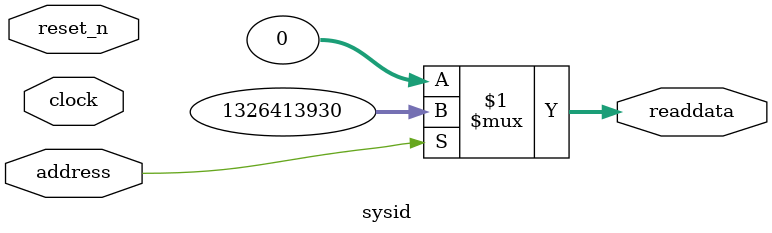
<source format=v>

`timescale 1ns / 1ps
// synthesis translate_on

// turn off superfluous verilog processor warnings 
// altera message_level Level1 
// altera message_off 10034 10035 10036 10037 10230 10240 10030 

module sysid (
               // inputs:
                address,
                clock,
                reset_n,

               // outputs:
                readdata
             )
;

  output  [ 31: 0] readdata;
  input            address;
  input            clock;
  input            reset_n;

  wire    [ 31: 0] readdata;
  //control_slave, which is an e_avalon_slave
  assign readdata = address ? 1326413930 : 0;

endmodule


</source>
